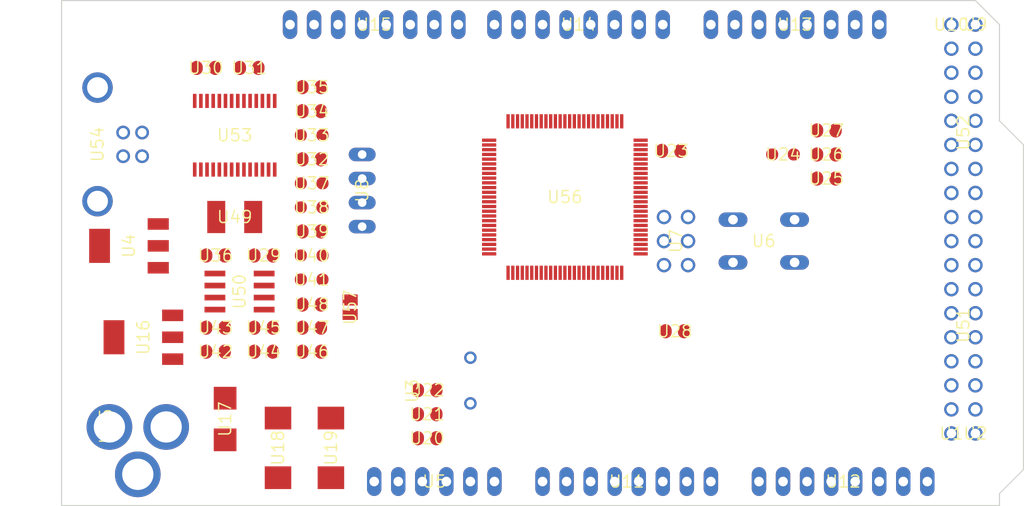
<source format=kicad_pcb>
(kicad_pcb (version 20221018) (generator pcbnew)
  (layers (0 "F.Cu" signal "Top") (31 "B.Cu" signal "Bottom") (34 "B.Paste" user) (35 "F.Paste" user) (36 "B.SilkS" user "B.Silkscreen") (37 "F.SilkS" user "F.Silkscreen") (38 "B.Mask" user) (39 "F.Mask" user) (44 "Edge.Cuts" user))
  (net 0 "")
  (net 1 "+5V")
  (net 2 "GND")
  (net 3 "N$6")
  (net 4 "N$7")
  (net 5 "AREF")
  (net 6 "RESET")
  (net 7 "VIN")
  (net 8 "N$3")
  (net 9 "PWRIN")
  (net 10 "M8RXD")
  (net 11 "M8TXD")
  (net 12 "ADC0")
  (net 13 "ADC2")
  (net 14 "ADC1")
  (net 15 "ADC3")
  (net 16 "ADC4")
  (net 17 "ADC5")
  (net 18 "ADC6")
  (net 19 "ADC7")
  (net 20 "+3V3")
  (net 21 "SDA")
  (net 22 "SCL")
  (net 23 "ADC9")
  (net 24 "ADC8")
  (net 25 "ADC10")
  (net 26 "ADC11")
  (net 27 "ADC12")
  (net 28 "ADC13")
  (net 29 "ADC14")
  (net 30 "ADC15")
  (net 31 "PB3")
  (net 32 "PB2")
  (net 33 "PB1")
  (net 34 "PB5")
  (net 35 "PB4")
  (net 36 "PE5")
  (net 37 "PE4")
  (net 38 "PE3")
  (net 39 "PE1")
  (net 40 "PE0")
  (net 41 "N$15")
  (net 42 "N$53")
  (net 43 "N$54")
  (net 44 "N$55")
  (net 45 "D-")
  (net 46 "D+")
  (net 47 "N$60")
  (net 48 "DTR")
  (net 49 "USBVCC")
  (net 50 "N$2")
  (net 51 "N$4")
  (net 52 "GATE_CMD")
  (net 53 "CMP")
  (net 54 "PB6")
  (net 55 "PH3")
  (net 56 "PH4")
  (net 57 "PH5")
  (net 58 "PH6")
  (net 59 "PG5")
  (net 60 "RXD1")
  (net 61 "TXD1")
  (net 62 "RXD2")
  (net 63 "RXD3")
  (net 64 "TXD2")
  (net 65 "TXD3")
  (net 66 "PC0")
  (net 67 "PC1")
  (net 68 "PC2")
  (net 69 "PC3")
  (net 70 "PC4")
  (net 71 "PC5")
  (net 72 "PC6")
  (net 73 "PC7")
  (net 74 "PB0")
  (net 75 "PG0")
  (net 76 "PG1")
  (net 77 "PG2")
  (net 78 "PD7")
  (net 79 "PA0")
  (net 80 "PA1")
  (net 81 "PA2")
  (net 82 "PA3")
  (net 83 "PA4")
  (net 84 "PA5")
  (net 85 "PA6")
  (net 86 "PA7")
  (net 87 "PL0")
  (net 88 "PL1")
  (net 89 "PL2")
  (net 90 "PL3")
  (net 91 "PL4")
  (net 92 "PL5")
  (net 93 "PL6")
  (net 94 "PL7")
  (net 95 "PB7")
  (net 96 "CTS")
  (net 97 "DSR")
  (net 98 "DCD")
  (net 99 "RI")
  (footprint "Arduino_MEGA_Reference_Design:2X03" (layer "F.Cu") (at 162.5981 103.7336 -90)
    (fp_text reference "U7")
    (fp_text value "")
  )
  (footprint "Arduino_MEGA_Reference_Design:1X08" (layer "F.Cu") (at 152.3111 80.8736 180)
    (fp_text reference "U14")
    (fp_text value "")
  )
  (footprint "Arduino_MEGA_Reference_Design:1X08" (layer "F.Cu") (at 130.7211 80.8736 180)
    (fp_text reference "U15")
    (fp_text value "")
  )
  (footprint "Arduino_MEGA_Reference_Design:SMC_D" (layer "F.Cu") (at 120.5611 125.5776 -90)
    (fp_text reference "U18")
    (fp_text value "")
  )
  (footprint "Arduino_MEGA_Reference_Design:SMC_D" (layer "F.Cu") (at 126.1491 125.5776 -90)
    (fp_text reference "U19")
    (fp_text value "")
  )
  (footprint "Arduino_MEGA_Reference_Design:B3F-10XX" (layer "F.Cu") (at 171.8691 103.7336 180)
    (fp_text reference "U6")
    (fp_text value "")
  )
  (footprint "Arduino_MEGA_Reference_Design:0805RND" (layer "F.Cu") (at 173.9011 94.5896 180)
    (fp_text reference "U24")
    (fp_text value "")
  )
  (footprint "Arduino_MEGA_Reference_Design:SMB" (layer "F.Cu") (at 114.9731 122.5296 -90)
    (fp_text reference "U17")
    (fp_text value "")
  )
  (footprint "Arduino_MEGA_Reference_Design:DC-21MM" (layer "F.Cu") (at 103.0351 123.2916 90)
    (fp_text reference "U55")
    (fp_text value "")
  )
  (footprint "Arduino_MEGA_Reference_Design:HC49_S" (layer "F.Cu") (at 140.8811 118.4656 90)
    (fp_text reference "U3")
    (fp_text value "")
  )
  (footprint "Arduino_MEGA_Reference_Design:SOT223" (layer "F.Cu") (at 106.3371 113.8936 90)
    (fp_text reference "U16")
    (fp_text value "")
  )
  (footprint "Arduino_MEGA_Reference_Design:1X06" (layer "F.Cu") (at 137.0711 129.1336)
    (fp_text reference "U5")
    (fp_text value "")
  )
  (footprint "Arduino_MEGA_Reference_Design:C0805RND" (layer "F.Cu") (at 124.1171 87.4776)
    (fp_text reference "U35")
    (fp_text value "")
  )
  (footprint "Arduino_MEGA_Reference_Design:C0805RND" (layer "F.Cu") (at 162.4711 113.2586)
    (fp_text reference "U28")
    (fp_text value "")
  )
  (footprint "Arduino_MEGA_Reference_Design:C0805RND" (layer "F.Cu") (at 136.3091 122.0216)
    (fp_text reference "U21")
    (fp_text value "")
  )
  (footprint "Arduino_MEGA_Reference_Design:C0805RND" (layer "F.Cu") (at 136.3091 119.4816)
    (fp_text reference "U22")
    (fp_text value "")
  )
  (footprint "Arduino_MEGA_Reference_Design:C0805RND" (layer "F.Cu") (at 113.9571 112.8776)
    (fp_text reference "U43")
    (fp_text value "")
  )
  (footprint "Arduino_MEGA_Reference_Design:RCL_0805RND" (layer "F.Cu") (at 124.1171 105.2576)
    (fp_text reference "U40")
    (fp_text value "")
  )
  (footprint "Arduino_MEGA_Reference_Design:RCL_0805RND" (layer "F.Cu") (at 124.1171 107.7976)
    (fp_text reference "U41")
    (fp_text value "")
  )
  (footprint "Arduino_MEGA_Reference_Design:1X08" (layer "F.Cu") (at 157.3911 129.1336)
    (fp_text reference "U11")
    (fp_text value "")
  )
  (footprint "Arduino_MEGA_Reference_Design:1X08" (layer "F.Cu") (at 175.1711 80.8736 180)
    (fp_text reference "U13")
    (fp_text value "")
  )
  (footprint "Arduino_MEGA_Reference_Design:R0805RND" (layer "F.Cu") (at 178.4731 94.5896 180)
    (fp_text reference "U26")
    (fp_text value "")
  )
  (footprint "Arduino_MEGA_Reference_Design:R0805RND" (layer "F.Cu") (at 178.4731 92.0496 180)
    (fp_text reference "U27")
    (fp_text value "")
  )
  (footprint "Arduino_MEGA_Reference_Design:TQFP100" (layer "F.Cu") (at 150.86109924316406 99.08438110351562 0)
    (fp_text reference "U56")
    (fp_text value "")
  )
  (footprint "Arduino_MEGA_Reference_Design:C0805RND" (layer "F.Cu") (at 162.0901 94.2086 180)
    (fp_text reference "U23")
    (fp_text value "")
  )
  (footprint "Arduino_MEGA_Reference_Design:C0805RND" (layer "F.Cu") (at 136.3091 124.5616)
    (fp_text reference "U20")
    (fp_text value "")
  )
  (footprint "Arduino_MEGA_Reference_Design:1X08" (layer "F.Cu") (at 180.2511 129.1336)
    (fp_text reference "U12")
    (fp_text value "")
  )
  (footprint "Arduino_MEGA_Reference_Design:R0805RND" (layer "F.Cu") (at 124.1171 112.8776)
    (fp_text reference "U47")
    (fp_text value "")
  )
  (footprint "Arduino_MEGA_Reference_Design:C0805RND" (layer "F.Cu") (at 124.1171 115.4176)
    (fp_text reference "U46")
    (fp_text value "")
  )
  (footprint "Arduino_MEGA_Reference_Design:C0805RND" (layer "F.Cu") (at 113.9571 105.2576)
    (fp_text reference "U36")
    (fp_text value "")
  )
  (footprint "Arduino_MEGA_Reference_Design:C0805RND" (layer "F.Cu") (at 112.9411 85.4456)
    (fp_text reference "U30")
    (fp_text value "")
  )
  (footprint "Arduino_MEGA_Reference_Design:0805RND" (layer "F.Cu") (at 124.1171 100.1776 180)
    (fp_text reference "U38")
    (fp_text value "")
  )
  (footprint "Arduino_MEGA_Reference_Design:0805RND" (layer "F.Cu") (at 124.1171 97.6376 180)
    (fp_text reference "U37")
    (fp_text value "")
  )
  (footprint "Arduino_MEGA_Reference_Design:R0805RND" (layer "F.Cu") (at 124.1171 95.0976)
    (fp_text reference "U32")
    (fp_text value "")
  )
  (footprint "Arduino_MEGA_Reference_Design:R0805RND" (layer "F.Cu") (at 124.1171 102.7176)
    (fp_text reference "U39")
    (fp_text value "")
  )
  (footprint "Arduino_MEGA_Reference_Design:SSOP28" (layer "F.Cu") (at 115.9891 92.5576)
    (fp_text reference "U53")
    (fp_text value "")
  )
  (footprint "Arduino_MEGA_Reference_Design:PN61729" (layer "F.Cu") (at 98.9584 93.5228 -90)
    (fp_text reference "U54")
    (fp_text value "")
  )
  (footprint "Arduino_MEGA_Reference_Design:L1812" (layer "F.Cu") (at 115.9891 101.1936)
    (fp_text reference "U49")
    (fp_text value "")
  )
  (footprint "Arduino_MEGA_Reference_Design:C0805RND" (layer "F.Cu") (at 117.5131 85.4456)
    (fp_text reference "U31")
    (fp_text value "")
  )
  (footprint "Arduino_MEGA_Reference_Design:0805RND" (layer "F.Cu") (at 124.1171 92.5576 180)
    (fp_text reference "U33")
    (fp_text value "")
  )
  (footprint "Arduino_MEGA_Reference_Design:R0805RND" (layer "F.Cu") (at 124.1171 90.0176 180)
    (fp_text reference "U34")
    (fp_text value "")
  )
  (footprint "Arduino_MEGA_Reference_Design:C0805RND" (layer "F.Cu") (at 124.1171 110.4392 180)
    (fp_text reference "U48")
    (fp_text value "")
  )
  (footprint "Arduino_MEGA_Reference_Design:SOT223" (layer "F.Cu") (at 104.8131 104.2416 90)
    (fp_text reference "U4")
    (fp_text value "")
  )
  (footprint "Arduino_MEGA_Reference_Design:SO08" (layer "F.Cu") (at 116.4971 109.0676 -90)
    (fp_text reference "U50")
    (fp_text value "")
  )
  (footprint "Arduino_MEGA_Reference_Design:R0805RND" (layer "F.Cu") (at 113.9571 115.4176 180)
    (fp_text reference "U42")
    (fp_text value "")
  )
  (footprint "Arduino_MEGA_Reference_Design:R0805RND" (layer "F.Cu") (at 119.0371 112.8776 180)
    (fp_text reference "U45")
    (fp_text value "")
  )
  (footprint "Arduino_MEGA_Reference_Design:C0805RND" (layer "F.Cu") (at 119.0371 115.4176 180)
    (fp_text reference "U44")
    (fp_text value "")
  )
  (footprint "Arduino_MEGA_Reference_Design:C0805RND" (layer "F.Cu") (at 119.0371 105.2576)
    (fp_text reference "U29")
    (fp_text value "")
  )
  (footprint "Arduino_MEGA_Reference_Design:2X08" (layer "F.Cu") (at 192.9511 92.3036 90)
    (fp_text reference "U52")
    (fp_text value "")
  )
  (footprint "Arduino_MEGA_Reference_Design:2X08" (layer "F.Cu") (at 192.9511 112.6236 90)
    (fp_text reference "U51")
    (fp_text value "")
  )
  (footprint "Arduino_MEGA_Reference_Design:R0805RND" (layer "F.Cu") (at 178.4731 97.1296 180)
    (fp_text reference "U25")
    (fp_text value "")
  )
  (footprint "Arduino_MEGA_Reference_Design:1X01" (layer "F.Cu") (at 191.6811 80.8736)
    (fp_text reference "U10")
    (fp_text value "")
  )
  (footprint "Arduino_MEGA_Reference_Design:1X01" (layer "F.Cu") (at 194.2211 80.8736)
    (fp_text reference "U9")
    (fp_text value "")
  )
  (footprint "Arduino_MEGA_Reference_Design:1X01" (layer "F.Cu") (at 191.6811 124.0536)
    (fp_text reference "U1")
    (fp_text value "")
  )
  (footprint "Arduino_MEGA_Reference_Design:1X01" (layer "F.Cu") (at 194.2211 124.0536)
    (fp_text reference "U2")
    (fp_text value "")
  )
  (footprint "Arduino_MEGA_Reference_Design:SJ" (layer "F.Cu") (at 128.1811 110.7186 -90)
    (fp_text reference "U57")
    (fp_text value "")
  )
  (footprint "Arduino_MEGA_Reference_Design:JP4" (layer "F.Cu") (at 129.4511 98.3996 -90)
    (fp_text reference "U8")
    (fp_text value "")
  )
  (gr_line (start 196.7611 80.8736) (end 196.7611 91.0336) (layer "Edge.Cuts") (width 0.12))
  (gr_line (start 196.7611 130.4036) (end 196.7611 131.6736) (layer "Edge.Cuts") (width 0.12))
  (gr_line (start 194.2211 78.3336) (end 196.7611 80.8736) (layer "Edge.Cuts") (width 0.12))
  (gr_line (start 97.7011 78.3336) (end 194.2211 78.3336) (layer "Edge.Cuts") (width 0.12))
  (gr_line (start 196.7611 91.0336) (end 199.3011 93.5736) (layer "Edge.Cuts") (width 0.12))
  (gr_line (start 97.7011 131.6736) (end 97.7011 78.3336) (layer "Edge.Cuts") (width 0.12))
  (gr_line (start 196.7611 131.6736) (end 97.7011 131.6736) (layer "Edge.Cuts") (width 0.12))
  (gr_line (start 199.3011 93.5736) (end 199.3011 127.8636) (layer "Edge.Cuts") (width 0.12))
  (gr_line (start 199.3011 127.8636) (end 196.7611 130.4036) (layer "Edge.Cuts") (width 0.12))
)
</source>
